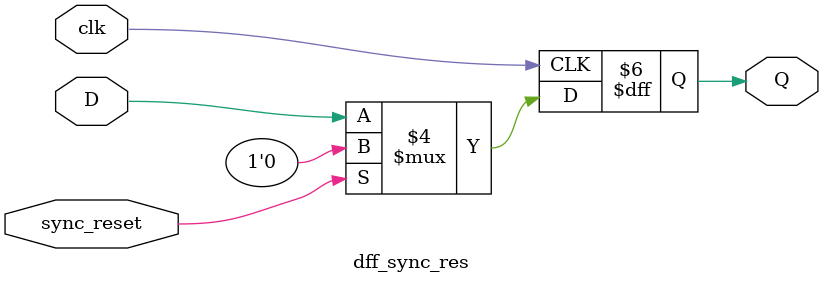
<source format=v>
module dff_sync_res(D, clk, sync_reset, Q);
    input D;
    input clk;
    input sync_reset;
    output reg Q;

    // Your code goes here.  DO NOT change anything that is already given! Otherwise, you will not be able to pass the tests!

    always @(posedge clk)
    begin
        
        if(sync_reset == 1'b1)
            Q <= 1'b0;

        else
            Q <= D;
    end


endmodule 
</source>
